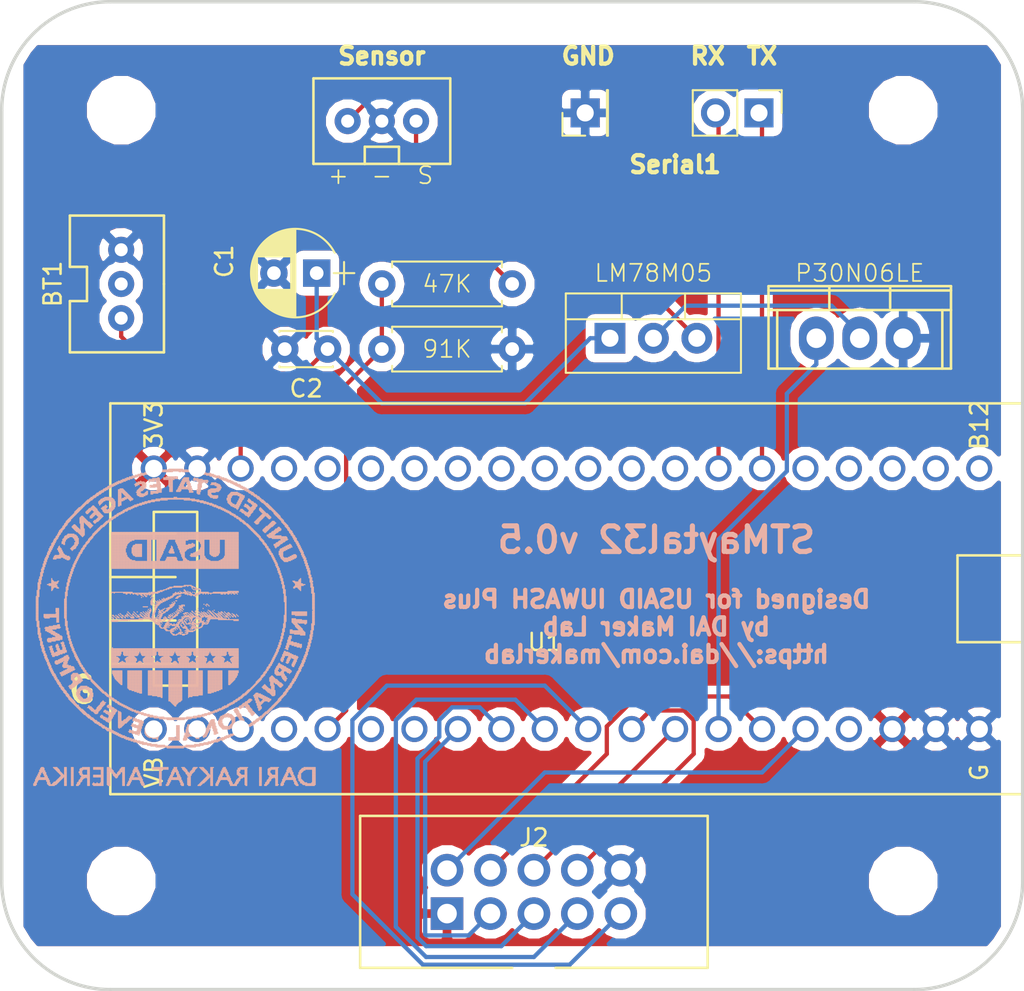
<source format=kicad_pcb>
(kicad_pcb (version 20171130) (host pcbnew "(5.0.1-3-g963ef8bb5)")
  (layers (0 F.Cu signal) (31 B.Cu signal) (34 B.Paste user) (35 F.Paste user) (36 B.SilkS user) (37 F.SilkS user) (38 B.Mask user) (39 F.Mask user) (44 Edge.Cuts user))
  (net 0 "")
  (net 1 VBAT)
  (net 2 GND)
  (net 3 "Net-(J1-Pad3)")
  (net 4 "Net-(J1-Pad1)")
  (net 5 PRESSURE)
  (net 6 "Net-(U1-Pad2)")
  (net 7 "Net-(U1-Pad4)")
  (net 8 "Net-(U1-Pad11)")
  (net 9 "Net-(U1-Pad12)")
  (net 10 RST)
  (net 11 "Net-(U1-Pad7)")
  (net 12 "Net-(U1-Pad42)")
  (net 13 "Net-(U1-Pad27)")
  (net 14 "Net-(U1-Pad32)")
  (net 15 "Net-(U1-Pad33)")
  (net 16 "Net-(U1-Pad28)")
  (net 17 "Net-(U1-Pad41)")
  (net 18 "Net-(U1-Pad40)")
  (net 19 "Net-(U1-Pad46)")
  (net 20 "Net-(U1-Pad45)")
  (net 21 G0)
  (net 22 "Net-(U1-Pad43)")
  (net 23 "Net-(U1-Pad39)")
  (net 24 Q1_BASE)
  (net 25 "Net-(Q1-Pad2)")
  (net 26 SCK-RX)
  (net 27 MISO-TX)
  (net 28 MOSI-KEY)
  (net 29 CS-RI)
  (net 30 G1-PSTAT)
  (net 31 "Net-(U1-Pad29)")
  (net 32 EN)
  (net 33 VCC)
  (net 34 "Net-(U1-Pad26)")
  (net 35 "Net-(U1-Pad25)")
  (net 36 "Net-(U1-Pad1)")
  (net 37 SERIAL1.RX)
  (net 38 SERIAL1.TX)
  (net 39 "Net-(U1-Pad3)")
  (module DAI_Maker_Lab_footprints:JST-PH-2.0-3_pin (layer F.Cu) (at 194.31 80.01 90)
    (fp_text reference J1 hide)
    (fp_text value Conn_01x03_Male hide)
    (pad 3 thru_hole circle (at 0 2 90) (size 1.524 1.524) (drill 0.762) (layers *.Cu *.Mask) (net 3 "Net-(J1-Pad3)"))
    (pad 1 thru_hole circle (at 0 -2 90) (size 1.524 1.524) (drill 0.762) (layers *.Cu *.Mask) (net 4 "Net-(J1-Pad1)"))
    (pad 2 thru_hole circle (at 0 0 90) (size 1.524 1.524) (drill 0.762) (layers *.Cu *.Mask) (net 2 GND))
  )
  (module Mounting_Holes:MountingHole_3mm (layer F.Cu) (at 179.07 79.375)
    (fp_text reference REF** hide)
    (fp_text value MountingHole_3mm hide)
    (pad 1 np_thru_hole circle (at 0 0) (size 3 3) (drill 3) (layers *.Cu *.Mask))
  )
  (module Mounting_Holes:MountingHole_3mm (layer F.Cu) (at 179.07 124.46)
    (fp_text reference REF** hide)
    (fp_text value MountingHole_3mm hide)
    (pad 1 np_thru_hole circle (at 0 0) (size 3 3) (drill 3) (layers *.Cu *.Mask))
  )
  (module Mounting_Holes:MountingHole_3mm (layer F.Cu) (at 224.79 124.46)
    (fp_text reference REF** hide)
    (fp_text value MountingHole_3mm hide)
    (pad 1 np_thru_hole circle (at 0 0) (size 3 3) (drill 3) (layers *.Cu *.Mask))
  )
  (module Mounting_Holes:MountingHole_3mm (layer F.Cu) (at 224.79 79.375)
    (fp_text reference REF** hide)
    (fp_text value MountingHole_3mm hide)
    (pad 1 np_thru_hole circle (at 0 0) (size 3 3) (drill 3) (layers *.Cu *.Mask))
  )
  (module Capacitors_THT:CP_Radial_D5.0mm_P2.50mm (layer F.Cu) (at 190.5 88.9 180)
    (fp_text reference C1 (at 5.40377 0.687832 -90) (layer F.SilkS))
    (fp_text value 10uF)
    (pad 2 thru_hole circle (at 2.5 0 180) (size 1.6 1.6) (drill 0.8) (layers *.Cu *.Mask) (net 2 GND))
    (pad 1 thru_hole rect (at 0 0 180) (size 1.6 1.6) (drill 0.8) (layers *.Cu *.Mask) (net 1 VBAT))
  )
  (module Resistors_THT:R_Axial_DIN0207_L6.3mm_D2.5mm_P7.62mm_Horizontal (layer F.Cu) (at 194.31 93.345)
    (fp_text reference R2 hide)
    (fp_text value 91K)
    (pad 2 thru_hole oval (at 7.62 0) (size 1.6 1.6) (drill 0.8) (layers *.Cu *.Mask) (net 2 GND))
    (pad 1 thru_hole circle (at 0 0) (size 1.6 1.6) (drill 0.8) (layers *.Cu *.Mask) (net 5 PRESSURE))
  )
  (module Power_Integrations:TO-220 (layer F.Cu) (at 222.25 92.71)
    (fp_text reference Q1 hide)
    (fp_text value P30N06LE hide)
    (pad 1 thru_hole oval (at -2.54 0) (size 2.032 2.54) (drill 1.143) (layers *.Cu *.Mask) (net 24 Q1_BASE))
    (pad 3 thru_hole oval (at 2.54 0) (size 2.032 2.54) (drill 1.143) (layers *.Cu *.Mask) (net 2 GND))
    (pad 2 thru_hole oval (at 0 0) (size 2.032 2.54) (drill 1.143) (layers *.Cu *.Mask) (net 25 "Net-(Q1-Pad2)"))
  )
  (module Resistors_THT:R_Axial_DIN0207_L6.3mm_D2.5mm_P7.62mm_Horizontal (layer F.Cu) (at 201.93 89.535 180)
    (fp_text reference R1 hide)
    (fp_text value 47K)
    (pad 1 thru_hole circle (at 0 0 180) (size 1.6 1.6) (drill 0.8) (layers *.Cu *.Mask) (net 3 "Net-(J1-Pad3)"))
    (pad 2 thru_hole oval (at 7.62 0 180) (size 1.6 1.6) (drill 0.8) (layers *.Cu *.Mask) (net 5 PRESSURE))
  )
  (module TO_SOT_Packages_THT:TO-220-3_Vertical (layer F.Cu) (at 207.645 92.71)
    (fp_text reference U2 hide)
    (fp_text value LM78M05_TO220 hide)
    (pad 3 thru_hole oval (at 5.08 0) (size 1.8 1.8) (drill 1) (layers *.Cu *.Mask) (net 4 "Net-(J1-Pad1)"))
    (pad 2 thru_hole oval (at 2.54 0) (size 1.8 1.8) (drill 1) (layers *.Cu *.Mask) (net 25 "Net-(Q1-Pad2)"))
    (pad 1 thru_hole rect (at 0 0) (size 1.8 1.8) (drill 1) (layers *.Cu *.Mask) (net 1 VBAT))
  )
  (module Capacitors_THT:C_Disc_D3.0mm_W2.0mm_P2.50mm (layer F.Cu) (at 191.135 93.345 180)
    (fp_text reference C2 (at 1.25 -2.31 180) (layer F.SilkS))
    (fp_text value 0.1uF)
    (pad 2 thru_hole circle (at 2.5 0 180) (size 1.6 1.6) (drill 0.8) (layers *.Cu *.Mask) (net 2 GND))
    (pad 1 thru_hole circle (at 0 0 180) (size 1.6 1.6) (drill 0.8) (layers *.Cu *.Mask) (net 1 VBAT))
  )
  (module Pin_Headers:Pin_Header_Straight_1x01_Pitch2.54mm (layer F.Cu) (at 206.197903 79.529485 90)
    (fp_text reference J3 hide)
    (fp_text value Conn_01x01_Male hide)
    (pad 1 thru_hole rect (at 0 0 90) (size 1.7 1.7) (drill 1) (layers *.Cu *.Mask) (net 2 GND))
  )
  (module Pin_Headers:Pin_Header_Straight_1x02_Pitch2.54mm (layer F.Cu) (at 216.357903 79.529485 270)
    (fp_text reference J4 hide)
    (fp_text value Conn_01x02_Male hide)
    (pad 1 thru_hole rect (at 0 0 270) (size 1.7 1.7) (drill 1) (layers *.Cu *.Mask) (net 38 SERIAL1.TX))
    (pad 2 thru_hole oval (at 0 2.54 270) (size 1.7 1.7) (drill 1) (layers *.Cu *.Mask) (net 37 SERIAL1.RX))
  )
  (module DAI_Maker_Lab_footprints:2x05-JTAG-type-connector (layer F.Cu) (at 203.2 125.095 180)
    (fp_text reference J2 (at 0 3.175 180) (layer F.SilkS))
    (fp_text value Conn_02x05_Counter_Clockwise hide)
    (pad 5 thru_hole circle (at 0 -1.27 180) (size 1.905 1.905) (drill 1.143) (layers *.Cu *.Mask) (net 29 CS-RI))
    (pad 7 thru_hole circle (at -2.54 -1.27 180) (size 1.905 1.905) (drill 1.143) (layers *.Cu *.Mask) (net 26 SCK-RX))
    (pad 3 thru_hole circle (at 2.54 -1.27 180) (size 1.905 1.905) (drill 1.143) (layers *.Cu *.Mask) (net 21 G0))
    (pad 9 thru_hole circle (at -5.08 -1.27 180) (size 1.905 1.905) (drill 1.143) (layers *.Cu *.Mask) (net 27 MISO-TX))
    (pad 1 thru_hole rect (at 5.08 -1.27 180) (size 1.905 1.905) (drill 1.143) (layers *.Cu *.Mask) (net 33 VCC))
    (pad 10 thru_hole circle (at -5.08 1.27 180) (size 1.905 1.905) (drill 1.143) (layers *.Cu *.Mask) (net 2 GND))
    (pad 8 thru_hole circle (at -2.54 1.27 180) (size 1.905 1.905) (drill 1.143) (layers *.Cu *.Mask) (net 28 MOSI-KEY))
    (pad 6 thru_hole circle (at 0 1.27 180) (size 1.905 1.905) (drill 1.143) (layers *.Cu *.Mask) (net 10 RST))
    (pad 4 thru_hole circle (at 2.54 1.27 180) (size 1.905 1.905) (drill 1.143) (layers *.Cu *.Mask) (net 30 G1-PSTAT))
    (pad 2 thru_hole circle (at 5.08 1.27 180) (size 1.905 1.905) (drill 1.143) (layers *.Cu *.Mask) (net 32 EN))
  )
  (module DAI_Maker_Lab_footprints:STM32_Blue_Pill (layer F.Cu) (at 206.375 107.95 270)
    (fp_text reference U1 (at 2.54 2.54) (layer F.SilkS))
    (fp_text value STM32_Blue_Pill)
    (fp_text user G (at 10.16 -22.86 270) (layer F.SilkS))
    (fp_text user B12 (at -10.16 -22.86 270) (layer F.SilkS))
    (fp_text user VB (at 10.16 25.4 270) (layer F.SilkS))
    (fp_text user 3V3 (at -10.16 25.4 270) (layer F.SilkS))
    (pad 1 thru_hole circle (at 7.62 25.4 270) (size 1.524 1.524) (drill 1.016) (layers *.Cu *.Mask) (net 36 "Net-(U1-Pad1)"))
    (pad 2 thru_hole circle (at 7.62 22.86 270) (size 1.524 1.524) (drill 1.016) (layers *.Cu *.Mask) (net 6 "Net-(U1-Pad2)"))
    (pad 3 thru_hole circle (at 7.62 20.32 270) (size 1.524 1.524) (drill 1.016) (layers *.Cu *.Mask) (net 39 "Net-(U1-Pad3)"))
    (pad 4 thru_hole circle (at 7.62 17.78 270) (size 1.524 1.524) (drill 1.016) (layers *.Cu *.Mask) (net 7 "Net-(U1-Pad4)"))
    (pad 10 thru_hole circle (at 7.62 15.24 270) (size 1.524 1.524) (drill 1.016) (layers *.Cu *.Mask) (net 5 PRESSURE))
    (pad 11 thru_hole circle (at 7.62 12.7 270) (size 1.524 1.524) (drill 1.016) (layers *.Cu *.Mask) (net 8 "Net-(U1-Pad11)"))
    (pad 12 thru_hole circle (at 7.62 10.16 270) (size 1.524 1.524) (drill 1.016) (layers *.Cu *.Mask) (net 9 "Net-(U1-Pad12)"))
    (pad 13 thru_hole circle (at 7.62 7.62 270) (size 1.524 1.524) (drill 1.016) (layers *.Cu *.Mask) (net 21 G0))
    (pad 14 thru_hole circle (at 7.62 5.08 270) (size 1.524 1.524) (drill 1.016) (layers *.Cu *.Mask) (net 29 CS-RI))
    (pad 15 thru_hole circle (at 7.62 2.54 270) (size 1.524 1.524) (drill 1.016) (layers *.Cu *.Mask) (net 26 SCK-RX))
    (pad 16 thru_hole circle (at 7.62 0 270) (size 1.524 1.524) (drill 1.016) (layers *.Cu *.Mask) (net 27 MISO-TX))
    (pad 17 thru_hole circle (at 7.62 -2.54 270) (size 1.524 1.524) (drill 1.016) (layers *.Cu *.Mask) (net 28 MOSI-KEY))
    (pad 18 thru_hole circle (at 7.62 -5.08 270) (size 1.524 1.524) (drill 1.016) (layers *.Cu *.Mask) (net 10 RST))
    (pad 19 thru_hole circle (at 7.62 -7.62 270) (size 1.524 1.524) (drill 1.016) (layers *.Cu *.Mask) (net 24 Q1_BASE))
    (pad 21 thru_hole circle (at 7.62 -10.16 270) (size 1.524 1.524) (drill 1.016) (layers *.Cu *.Mask) (net 30 G1-PSTAT))
    (pad 22 thru_hole circle (at 7.62 -12.7 270) (size 1.524 1.524) (drill 1.016) (layers *.Cu *.Mask) (net 32 EN))
    (pad 7 thru_hole circle (at 7.62 -15.24 270) (size 1.524 1.524) (drill 1.016) (layers *.Cu *.Mask) (net 11 "Net-(U1-Pad7)"))
    (pad 3V3 thru_hole circle (at 7.62 -17.78 270) (size 1.524 1.524) (drill 1.016) (layers *.Cu *.Mask) (net 33 VCC))
    (pad GND thru_hole circle (at 7.62 -20.32 270) (size 1.524 1.524) (drill 1.016) (layers *.Cu *.Mask) (net 2 GND))
    (pad GND thru_hole circle (at 7.62 -22.86 270) (size 1.524 1.524) (drill 1.016) (layers *.Cu *.Mask) (net 2 GND))
    (pad 3V3 thru_hole circle (at -7.62 25.4 270) (size 1.524 1.524) (drill 1.016) (layers *.Cu *.Mask) (net 33 VCC))
    (pad 42 thru_hole circle (at -7.62 10.16 270) (size 1.524 1.524) (drill 1.016) (layers *.Cu *.Mask) (net 12 "Net-(U1-Pad42)"))
    (pad 27 thru_hole circle (at -7.62 -17.78 270) (size 1.524 1.524) (drill 1.016) (layers *.Cu *.Mask) (net 13 "Net-(U1-Pad27)"))
    (pad 32 thru_hole circle (at -7.62 -5.08 270) (size 1.524 1.524) (drill 1.016) (layers *.Cu *.Mask) (net 14 "Net-(U1-Pad32)"))
    (pad 31 thru_hole circle (at -7.62 -7.62 270) (size 1.524 1.524) (drill 1.016) (layers *.Cu *.Mask) (net 37 SERIAL1.RX))
    (pad 33 thru_hole circle (at -7.62 -2.54 270) (size 1.524 1.524) (drill 1.016) (layers *.Cu *.Mask) (net 15 "Net-(U1-Pad33)"))
    (pad 38 thru_hole circle (at -7.62 0 270) (size 1.524 1.524) (drill 1.016) (layers *.Cu *.Mask))
    (pad 30 thru_hole circle (at -7.62 -10.16 270) (size 1.524 1.524) (drill 1.016) (layers *.Cu *.Mask) (net 38 SERIAL1.TX))
    (pad 28 thru_hole circle (at -7.62 -15.24 270) (size 1.524 1.524) (drill 1.016) (layers *.Cu *.Mask) (net 16 "Net-(U1-Pad28)"))
    (pad 26 thru_hole circle (at -7.62 -20.32 270) (size 1.524 1.524) (drill 1.016) (layers *.Cu *.Mask) (net 34 "Net-(U1-Pad26)"))
    (pad 41 thru_hole circle (at -7.62 7.62 270) (size 1.524 1.524) (drill 1.016) (layers *.Cu *.Mask) (net 17 "Net-(U1-Pad41)"))
    (pad 40 thru_hole circle (at -7.62 5.08 270) (size 1.524 1.524) (drill 1.016) (layers *.Cu *.Mask) (net 18 "Net-(U1-Pad40)"))
    (pad 29 thru_hole circle (at -7.62 -12.7 270) (size 1.524 1.524) (drill 1.016) (layers *.Cu *.Mask) (net 31 "Net-(U1-Pad29)"))
    (pad 46 thru_hole circle (at -7.62 17.78 270) (size 1.524 1.524) (drill 1.016) (layers *.Cu *.Mask) (net 19 "Net-(U1-Pad46)"))
    (pad 45 thru_hole circle (at -7.62 15.24 270) (size 1.524 1.524) (drill 1.016) (layers *.Cu *.Mask) (net 20 "Net-(U1-Pad45)"))
    (pad 5V thru_hole circle (at -7.62 20.32 270) (size 1.524 1.524) (drill 1.016) (layers *.Cu *.Mask) (net 1 VBAT))
    (pad 25 thru_hole circle (at -7.62 -22.86 270) (size 1.524 1.524) (drill 1.016) (layers *.Cu *.Mask) (net 35 "Net-(U1-Pad25)"))
    (pad GND thru_hole circle (at -7.62 22.86 270) (size 1.524 1.524) (drill 1.016) (layers *.Cu *.Mask) (net 2 GND))
    (pad 43 thru_hole circle (at -7.62 12.7 270) (size 1.524 1.524) (drill 1.016) (layers *.Cu *.Mask) (net 22 "Net-(U1-Pad43)"))
    (pad 39 thru_hole circle (at -7.62 2.54 270) (size 1.524 1.524) (drill 1.016) (layers *.Cu *.Mask) (net 23 "Net-(U1-Pad39)"))
  )
  (module DAI_Maker_Lab_footprints:dari_rakyat_america_narrow (layer B.Cu) (at 191.135 99.695 180)
    (fp_text reference "" hide)
    (fp_text value "" (at 0 0 180) (layer B.SilkS) (effects (font (size 1.27 1.27)) (justify mirror)))
  )
  (module DAI_Maker_Lab_footprints:Keystone_3POS_2mm (layer F.Cu) (at 179.07 89.535 270)
    (fp_text reference BT1 (at 0 4 270) (layer F.SilkS))
    (fp_text value Battery hide)
    (pad 2 thru_hole circle (at 0 0 270) (size 1.524 1.524) (drill 0.762) (layers *.Cu *.Mask))
    (pad 1 thru_hole circle (at -2 0 270) (size 1.524 1.524) (drill 0.762) (layers *.Cu *.Mask) (net 2 GND))
    (pad 3 thru_hole circle (at 2 0 270) (size 1.524 1.524) (drill 0.762) (layers *.Cu *.Mask) (net 1 VBAT))
  )
  (gr_text G (at 176.784 113.284) (layer F.SilkS) (effects (font (size 1.5 1.5) (thickness 0.3))))
  (gr_text P30N06LE (at 222.25 88.9) (layer F.SilkS) (effects (font (size 1 1) (thickness 0.1))))
  (gr_text LM78M05 (at 210.185 88.9) (layer F.SilkS) (effects (font (size 1 1) (thickness 0.1))))
  (gr_text S (at 196.85 83.185) (layer F.SilkS) (effects (font (size 1 1) (thickness 0.1))))
  (gr_text - (at 194.31 83.185) (layer F.SilkS) (effects (font (size 1 1) (thickness 0.1))))
  (gr_text + (at 191.77 83.185) (layer F.SilkS) (effects (font (size 1 1) (thickness 0.1))))
  (gr_text 91K (at 198.12 93.345) (layer F.SilkS) (effects (font (size 1 1) (thickness 0.1))))
  (gr_text 47K (at 198.12 89.535) (layer F.SilkS) (effects (font (size 1 1) (thickness 0.1))))
  (gr_text Serial1 (at 211.455 82.55) (layer F.SilkS) (effects (font (size 1 1) (thickness 0.25))))
  (gr_text TX (at 216.535 76.2) (layer F.SilkS) (effects (font (size 1 1) (thickness 0.25))))
  (gr_text RX (at 213.36 76.2) (layer F.SilkS) (effects (font (size 1 1) (thickness 0.25))))
  (gr_text GND (at 206.375 76.2) (layer F.SilkS) (effects (font (size 1 1) (thickness 0.25))))
  (gr_text Sensor (at 194.31 76.2) (layer F.SilkS) (effects (font (size 1 1) (thickness 0.25))))
  (gr_line (start 172.085 79.375) (end 172.085 124.46) (layer Edge.Cuts) (width 0.2))
  (gr_line (start 225.425 73.025) (end 178.435 73.025) (layer Edge.Cuts) (width 0.2))
  (gr_line (start 231.775 124.46) (end 231.775 79.375) (layer Edge.Cuts) (width 0.2))
  (gr_line (start 178.435 130.81) (end 225.425 130.81) (layer Edge.Cuts) (width 0.2))
  (gr_arc (start 178.435 79.375) (end 178.435 73.025) (angle -90) (layer Edge.Cuts) (width 0.2))
  (gr_arc (start 178.435 124.46) (end 172.085 124.46) (angle -90) (layer Edge.Cuts) (width 0.2))
  (gr_arc (start 225.425 124.46) (end 225.425 130.81) (angle -90) (layer Edge.Cuts) (width 0.2))
  (gr_arc (start 225.425 79.375) (end 231.775 79.375) (angle -90) (layer Edge.Cuts) (width 0.2))
  (gr_text "Designed for USAID IUWASH Plus\nby DAI Maker Lab\nhttps://dai.com/makerlab" (at 210.358427 109.586308) (layer B.SilkS) (effects (font (size 1 1) (thickness 0.25)) (justify mirror)))
  (gr_text "STMaytal32 v0.5" (at 210.358427 104.506308) (layer B.SilkS) (effects (font (size 1.5 1.5) (thickness 0.3)) (justify mirror)))
  (segment (start 206.495 92.71) (end 207.645 92.71) (width 0.25) (layer B.Cu) (net 1))
  (segment (start 202.685 96.52) (end 206.495 92.71) (width 0.25) (layer B.Cu) (net 1))
  (segment (start 194.31 96.52) (end 202.685 96.52) (width 0.25) (layer B.Cu) (net 1))
  (segment (start 191.135 93.345) (end 194.31 96.52) (width 0.25) (layer B.Cu) (net 1))
  (segment (start 190.5 92.71) (end 191.135 93.345) (width 0.25) (layer B.Cu) (net 1))
  (segment (start 190.5 88.9) (end 190.5 92.71) (width 0.25) (layer B.Cu) (net 1))
  (segment (start 186.055 98.425) (end 191.135 93.345) (width 0.25) (layer F.Cu) (net 1))
  (segment (start 186.055 100.33) (end 186.055 98.425) (width 0.25) (layer F.Cu) (net 1))
  (segment (start 179.07 92.61263) (end 184.88237 98.425) (width 0.25) (layer F.Cu) (net 1))
  (segment (start 179.07 91.535) (end 179.07 92.61263) (width 0.25) (layer F.Cu) (net 1))
  (segment (start 184.88237 98.425) (end 186.055 98.425) (width 0.25) (layer F.Cu) (net 1))
  (segment (start 196.31 83.915) (end 201.93 89.535) (width 0.25) (layer F.Cu) (net 3))
  (segment (start 196.31 80.01) (end 196.31 83.915) (width 0.25) (layer F.Cu) (net 3))
  (segment (start 192.31 80.01) (end 194.215 78.105) (width 0.25) (layer F.Cu) (net 4))
  (segment (start 198.12 78.105) (end 212.725 92.71) (width 0.25) (layer F.Cu) (net 4))
  (segment (start 194.215 78.105) (end 198.12 78.105) (width 0.25) (layer F.Cu) (net 4))
  (segment (start 194.31 89.535) (end 194.31 93.345) (width 0.25) (layer F.Cu) (net 5))
  (segment (start 193.510001 94.144999) (end 194.31 93.345) (width 0.25) (layer F.Cu) (net 5))
  (segment (start 192.222001 114.482999) (end 192.222001 95.432999) (width 0.25) (layer F.Cu) (net 5))
  (segment (start 192.222001 95.432999) (end 193.510001 94.144999) (width 0.25) (layer F.Cu) (net 5))
  (segment (start 191.135 115.57) (end 192.222001 114.482999) (width 0.25) (layer F.Cu) (net 5))
  (segment (start 203.2 123.825) (end 211.455 115.57) (width 0.25) (layer F.Cu) (net 10))
  (segment (start 197.993001 116.331999) (end 198.755 115.57) (width 0.25) (layer B.Cu) (net 21))
  (segment (start 196.907499 127.642501) (end 196.842499 127.577501) (width 0.25) (layer B.Cu) (net 21))
  (segment (start 199.382499 127.642501) (end 196.907499 127.642501) (width 0.25) (layer B.Cu) (net 21))
  (segment (start 196.842499 117.482501) (end 197.993001 116.331999) (width 0.25) (layer B.Cu) (net 21))
  (segment (start 196.842499 127.577501) (end 196.842499 117.482501) (width 0.25) (layer B.Cu) (net 21))
  (segment (start 200.66 126.365) (end 199.382499 127.642501) (width 0.25) (layer B.Cu) (net 21))
  (segment (start 217.987999 95.952001) (end 219.71 94.23) (width 0.25) (layer B.Cu) (net 24))
  (segment (start 219.71 94.23) (end 219.71 92.71) (width 0.25) (layer B.Cu) (net 24))
  (segment (start 217.987999 100.485763) (end 217.987999 95.952001) (width 0.25) (layer B.Cu) (net 24))
  (segment (start 213.995 104.478762) (end 217.987999 100.485763) (width 0.25) (layer B.Cu) (net 24))
  (segment (start 213.995 115.57) (end 213.995 104.478762) (width 0.25) (layer B.Cu) (net 24))
  (segment (start 210.185 92.71) (end 212.09 90.805) (width 0.25) (layer B.Cu) (net 25))
  (segment (start 222.25 92.456) (end 222.25 92.71) (width 0.25) (layer B.Cu) (net 25))
  (segment (start 220.599 90.805) (end 222.25 92.456) (width 0.25) (layer B.Cu) (net 25))
  (segment (start 212.09 90.805) (end 220.599 90.805) (width 0.25) (layer B.Cu) (net 25))
  (segment (start 203.073001 114.808001) (end 203.835 115.57) (width 0.25) (layer B.Cu) (net 26))
  (segment (start 202.114991 113.849991) (end 203.073001 114.808001) (width 0.25) (layer B.Cu) (net 26))
  (segment (start 196.326247 113.849991) (end 202.114991 113.849991) (width 0.25) (layer B.Cu) (net 26))
  (segment (start 195.127999 127.135821) (end 195.127999 115.048239) (width 0.25) (layer B.Cu) (net 26))
  (segment (start 196.897178 128.905) (end 195.127999 127.135821) (width 0.25) (layer B.Cu) (net 26))
  (segment (start 203.2 128.905) (end 196.897178 128.905) (width 0.25) (layer B.Cu) (net 26))
  (segment (start 195.127999 115.048239) (end 196.326247 113.849991) (width 0.25) (layer B.Cu) (net 26))
  (segment (start 205.74 126.365) (end 203.2 128.905) (width 0.25) (layer B.Cu) (net 26))
  (segment (start 192.587999 115.048239) (end 194.606238 113.03) (width 0.25) (layer B.Cu) (net 27))
  (segment (start 192.587999 125.232231) (end 192.587999 115.048239) (width 0.25) (layer B.Cu) (net 27))
  (segment (start 205.289991 129.355009) (end 196.710777 129.355009) (width 0.25) (layer B.Cu) (net 27))
  (segment (start 196.710777 129.355009) (end 192.587999 125.232231) (width 0.25) (layer B.Cu) (net 27))
  (segment (start 208.28 126.365) (end 205.289991 129.355009) (width 0.25) (layer B.Cu) (net 27))
  (segment (start 203.835 113.03) (end 206.375 115.57) (width 0.25) (layer B.Cu) (net 27))
  (segment (start 194.606238 113.03) (end 203.835 113.03) (width 0.25) (layer B.Cu) (net 27))
  (segment (start 209.676999 114.808001) (end 208.915 115.57) (width 0.25) (layer F.Cu) (net 28))
  (segment (start 211.976761 114.482999) (end 210.002001 114.482999) (width 0.25) (layer F.Cu) (net 28))
  (segment (start 210.002001 114.482999) (end 209.676999 114.808001) (width 0.25) (layer F.Cu) (net 28))
  (segment (start 212.542001 117.022999) (end 212.542001 115.048239) (width 0.25) (layer F.Cu) (net 28))
  (segment (start 212.542001 115.048239) (end 211.976761 114.482999) (width 0.25) (layer F.Cu) (net 28))
  (segment (start 205.74 123.825) (end 212.542001 117.022999) (width 0.25) (layer F.Cu) (net 28))
  (segment (start 197.667999 115.048239) (end 198.416238 114.3) (width 0.25) (layer B.Cu) (net 29))
  (segment (start 197.667999 116.020591) (end 197.667999 115.048239) (width 0.25) (layer B.Cu) (net 29))
  (segment (start 196.898588 128.27) (end 196.39249 127.763902) (width 0.25) (layer B.Cu) (net 29))
  (segment (start 196.39249 117.2961) (end 197.667999 116.020591) (width 0.25) (layer B.Cu) (net 29))
  (segment (start 196.39249 127.763902) (end 196.39249 117.2961) (width 0.25) (layer B.Cu) (net 29))
  (segment (start 201.295 128.27) (end 196.898588 128.27) (width 0.25) (layer B.Cu) (net 29))
  (segment (start 203.2 126.365) (end 201.295 128.27) (width 0.25) (layer B.Cu) (net 29))
  (segment (start 200.025 114.3) (end 201.295 115.57) (width 0.25) (layer B.Cu) (net 29))
  (segment (start 198.416238 114.3) (end 200.025 114.3) (width 0.25) (layer B.Cu) (net 29))
  (segment (start 207.462001 115.414237) (end 209.211238 113.665) (width 0.25) (layer F.Cu) (net 30))
  (segment (start 207.462001 117.022999) (end 207.462001 115.414237) (width 0.25) (layer F.Cu) (net 30))
  (segment (start 200.66 123.825) (end 207.462001 117.022999) (width 0.25) (layer F.Cu) (net 30))
  (segment (start 214.63 113.665) (end 215.9 114.935) (width 0.25) (layer F.Cu) (net 30))
  (segment (start 209.211238 113.665) (end 214.63 113.665) (width 0.25) (layer F.Cu) (net 30))
  (segment (start 215.9 114.935) (end 216.535 115.57) (width 0.25) (layer F.Cu) (net 30))
  (segment (start 198.12 123.825) (end 203.835 118.11) (width 0.25) (layer B.Cu) (net 32))
  (segment (start 216.535 118.11) (end 219.075 115.57) (width 0.25) (layer B.Cu) (net 32))
  (segment (start 203.835 118.11) (end 216.535 118.11) (width 0.25) (layer B.Cu) (net 32))
  (segment (start 213.995 79.706582) (end 213.817903 79.529485) (width 0.25) (layer F.Cu) (net 37))
  (segment (start 213.995 100.33) (end 213.995 79.706582) (width 0.25) (layer F.Cu) (net 37))
  (segment (start 216.535 100.33) (end 216.535 79.706582) (width 0.25) (layer F.Cu) (net 38))
  (segment (start 216.535 79.706582) (end 216.357903 79.529485) (width 0.25) (layer F.Cu) (net 38))
  (zone (net 33) (net_name VCC) (layer F.Cu) (connect_pads (clearance 0.508)) (min_thickness 0.254) (fill yes (arc_segments 16) (thermal_gap 0.508) (thermal_bridge_width 0.508))
    (polygon (pts (xy 173.355 75.565) (xy 230.505 75.565) (xy 230.505 128.27) (xy 173.355 128.27)))
  )
  (zone (net 2) (net_name GND) (layer B.Cu) (connect_pads (clearance 0.508)) (min_thickness 0.254) (fill yes (arc_segments 16) (thermal_gap 0.508) (thermal_bridge_width 0.508))
    (polygon (pts (xy 173.355 75.565) (xy 230.505 75.565) (xy 230.505 128.27) (xy 173.355 128.27)))
  )
)
</source>
